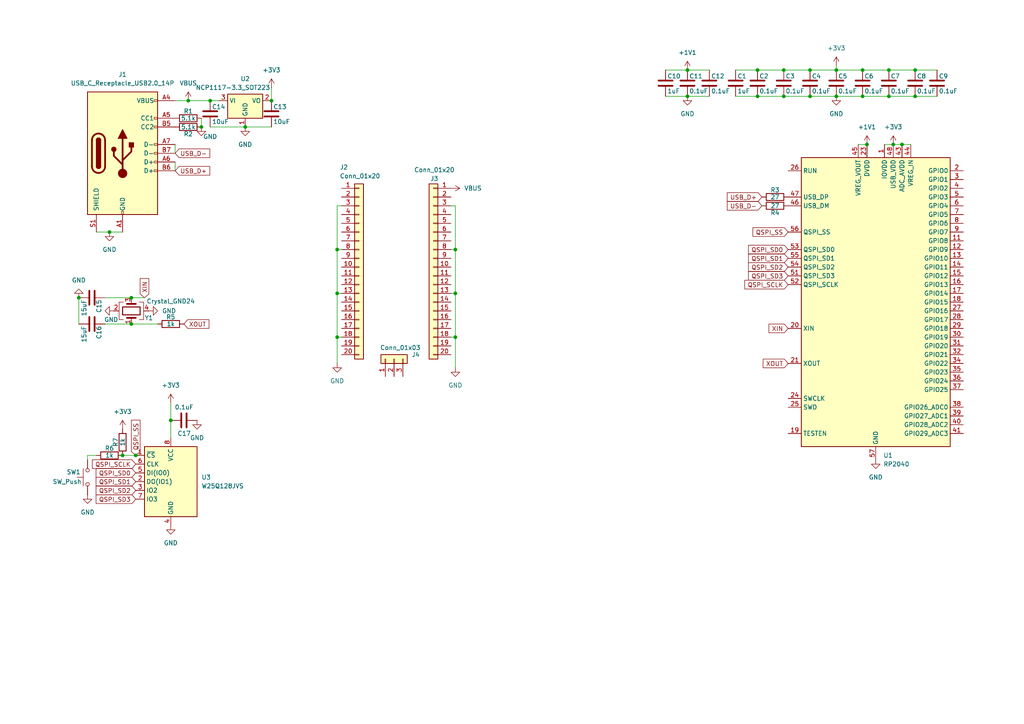
<source format=kicad_sch>
(kicad_sch (version 20231120) (generator "eeschema") (generator_version "8.0")
  (paper "A4")
  (lib_symbols
    (symbol "Connector:USB_C_Receptacle_USB2.0_14P" (pin_names (offset 1.016))
      (property "Reference" "J" (at 0 22.225 0))
      (property "Value" "USB_C_Receptacle_USB2.0_14P" (at 0 19.685 0))
      (symbol "USB_C_Receptacle_USB2.0_14P_0_0"
        (rectangle (start -0.254 -17.78) (end 0.254 -16.764))
        (rectangle (start 10.16 -4.826) (end 9.144 -5.334))
        (rectangle (start 10.16 -2.286) (end 9.144 -2.794))
        (rectangle (start 10.16 0.254) (end 9.144 -0.254))
        (rectangle (start 10.16 2.794) (end 9.144 2.286))
        (rectangle (start 10.16 7.874) (end 9.144 7.366))
        (rectangle (start 10.16 10.414) (end 9.144 9.906))
        (rectangle (start 10.16 15.494) (end 9.144 14.986))
      )
      (symbol "USB_C_Receptacle_USB2.0_14P_0_1"
        (rectangle (start -10.16 17.78) (end 10.16 -17.78) (stroke (width 0.254)) (fill (type background)))
        (arc (start -8.89 -3.81) (mid -6.985 -5.7067) (end -5.08 -3.81) (stroke (width 0.508)))
        (arc (start -7.62 -3.81) (mid -6.985 -4.4423) (end -6.35 -3.81) (stroke (width 0.254)))
        (arc (start -7.62 -3.81) (mid -6.985 -4.4423) (end -6.35 -3.81) (stroke (width 0.254)) (fill (type outline)))
        (rectangle (start -7.62 -3.81) (end -6.35 3.81) (stroke (width 0.254)) (fill (type outline)))
        (arc (start -6.35 3.81) (mid -6.985 4.4423) (end -7.62 3.81) (stroke (width 0.254)))
        (arc (start -6.35 3.81) (mid -6.985 4.4423) (end -7.62 3.81) (stroke (width 0.254)) (fill (type outline)))
        (arc (start -5.08 3.81) (mid -6.985 5.7067) (end -8.89 3.81) (stroke (width 0.508)))
        (circle (center -2.54 1.143) (radius 0.635) (stroke (width 0.254)) (fill (type outline)))
        (circle (center 0 -5.842) (radius 1.27) (fill (type outline)))
        (polyline (pts (xy -8.89 -3.81) (xy -8.89 3.81)) (stroke (width 0.508)))
        (polyline (pts (xy -5.08 3.81) (xy -5.08 -3.81)) (stroke (width 0.508)))
        (polyline (pts (xy 0 -5.842) (xy 0 4.318)) (stroke (width 0.508)))
        (polyline (pts (xy 0 -3.302) (xy -2.54 -0.762) (xy -2.54 0.508)) (stroke (width 0.508)))
        (polyline (pts (xy 0 -2.032) (xy 2.54 0.508) (xy 2.54 1.778)) (stroke (width 0.508)))
        (polyline (pts (xy -1.27 4.318) (xy 0 6.858) (xy 1.27 4.318) (xy -1.27 4.318)) (stroke (width 0.254)) (fill (type outline)))
        (rectangle (start 1.905 1.778) (end 3.175 3.048) (stroke (width 0.254)) (fill (type outline)))
      )
      (symbol "USB_C_Receptacle_USB2.0_14P_1_1"
        (pin passive line (at 0 -22.86 90) (length 5.08) (name "GND") (number "A1"))
        (pin passive line (at 0 -22.86 90) (length 5.08) hide (name "GND") (number "A12"))
        (pin passive line (at 15.24 15.24 180) (length 5.08) (name "VBUS") (number "A4"))
        (pin bidirectional line (at 15.24 10.16 180) (length 5.08) (name "CC1") (number "A5"))
        (pin bidirectional line (at 15.24 -2.54 180) (length 5.08) (name "D+") (number "A6"))
        (pin bidirectional line (at 15.24 2.54 180) (length 5.08) (name "D-") (number "A7"))
        (pin passive line (at 15.24 15.24 180) (length 5.08) hide (name "VBUS") (number "A9"))
        (pin passive line (at 0 -22.86 90) (length 5.08) hide (name "GND") (number "B1"))
        (pin passive line (at 0 -22.86 90) (length 5.08) hide (name "GND") (number "B12"))
        (pin passive line (at 15.24 15.24 180) (length 5.08) hide (name "VBUS") (number "B4"))
        (pin bidirectional line (at 15.24 7.62 180) (length 5.08) (name "CC2") (number "B5"))
        (pin bidirectional line (at 15.24 -5.08 180) (length 5.08) (name "D+") (number "B6"))
        (pin bidirectional line (at 15.24 0 180) (length 5.08) (name "D-") (number "B7"))
        (pin passive line (at 15.24 15.24 180) (length 5.08) hide (name "VBUS") (number "B9"))
        (pin passive line (at -7.62 -22.86 90) (length 5.08) (name "SHIELD") (number "S1"))
      )
    )
    (symbol "Connector_Generic:Conn_01x03" (pin_names (offset 1.016) hide)
      (property "Reference" "J" (at 0 5.08 0))
      (property "Value" "Conn_01x03" (at 0 -5.08 0))
      (symbol "Conn_01x03_1_1"
        (rectangle (start -1.27 -2.413) (end 0 -2.667) (stroke (width 0.1524)))
        (rectangle (start -1.27 0.127) (end 0 -0.127) (stroke (width 0.1524)))
        (rectangle (start -1.27 2.667) (end 0 2.413) (stroke (width 0.1524)))
        (rectangle (start -1.27 3.81) (end 1.27 -3.81) (stroke (width 0.254)) (fill (type background)))
        (pin passive line (at -5.08 2.54 0) (length 3.81) (name "Pin_1") (number "1"))
        (pin passive line (at -5.08 0 0) (length 3.81) (name "Pin_2") (number "2"))
        (pin passive line (at -5.08 -2.54 0) (length 3.81) (name "Pin_3") (number "3"))
      )
    )
    (symbol "Connector_Generic:Conn_01x20" (pin_names (offset 1.016) hide)
      (property "Reference" "J" (at 0 25.4 0))
      (property "Value" "Conn_01x20" (at 0 -27.94 0))
      (symbol "Conn_01x20_1_1"
        (rectangle (start -1.27 -25.273) (end 0 -25.527) (stroke (width 0.1524)))
        (rectangle (start -1.27 -22.733) (end 0 -22.987) (stroke (width 0.1524)))
        (rectangle (start -1.27 -20.193) (end 0 -20.447) (stroke (width 0.1524)))
        (rectangle (start -1.27 -17.653) (end 0 -17.907) (stroke (width 0.1524)))
        (rectangle (start -1.27 -15.113) (end 0 -15.367) (stroke (width 0.1524)))
        (rectangle (start -1.27 -12.573) (end 0 -12.827) (stroke (width 0.1524)))
        (rectangle (start -1.27 -10.033) (end 0 -10.287) (stroke (width 0.1524)))
        (rectangle (start -1.27 -7.493) (end 0 -7.747) (stroke (width 0.1524)))
        (rectangle (start -1.27 -4.953) (end 0 -5.207) (stroke (width 0.1524)))
        (rectangle (start -1.27 -2.413) (end 0 -2.667) (stroke (width 0.1524)))
        (rectangle (start -1.27 0.127) (end 0 -0.127) (stroke (width 0.1524)))
        (rectangle (start -1.27 2.667) (end 0 2.413) (stroke (width 0.1524)))
        (rectangle (start -1.27 5.207) (end 0 4.953) (stroke (width 0.1524)))
        (rectangle (start -1.27 7.747) (end 0 7.493) (stroke (width 0.1524)))
        (rectangle (start -1.27 10.287) (end 0 10.033) (stroke (width 0.1524)))
        (rectangle (start -1.27 12.827) (end 0 12.573) (stroke (width 0.1524)))
        (rectangle (start -1.27 15.367) (end 0 15.113) (stroke (width 0.1524)))
        (rectangle (start -1.27 17.907) (end 0 17.653) (stroke (width 0.1524)))
        (rectangle (start -1.27 20.447) (end 0 20.193) (stroke (width 0.1524)))
        (rectangle (start -1.27 22.987) (end 0 22.733) (stroke (width 0.1524)))
        (rectangle (start -1.27 24.13) (end 1.27 -26.67) (stroke (width 0.254)) (fill (type background)))
        (pin passive line (at -5.08 22.86 0) (length 3.81) (name "Pin_1") (number "1"))
        (pin passive line (at -5.08 0 0) (length 3.81) (name "Pin_10") (number "10"))
        (pin passive line (at -5.08 -2.54 0) (length 3.81) (name "Pin_11") (number "11"))
        (pin passive line (at -5.08 -5.08 0) (length 3.81) (name "Pin_12") (number "12"))
        (pin passive line (at -5.08 -7.62 0) (length 3.81) (name "Pin_13") (number "13"))
        (pin passive line (at -5.08 -10.16 0) (length 3.81) (name "Pin_14") (number "14"))
        (pin passive line (at -5.08 -12.7 0) (length 3.81) (name "Pin_15") (number "15"))
        (pin passive line (at -5.08 -15.24 0) (length 3.81) (name "Pin_16") (number "16"))
        (pin passive line (at -5.08 -17.78 0) (length 3.81) (name "Pin_17") (number "17"))
        (pin passive line (at -5.08 -20.32 0) (length 3.81) (name "Pin_18") (number "18"))
        (pin passive line (at -5.08 -22.86 0) (length 3.81) (name "Pin_19") (number "19"))
        (pin passive line (at -5.08 20.32 0) (length 3.81) (name "Pin_2") (number "2"))
        (pin passive line (at -5.08 -25.4 0) (length 3.81) (name "Pin_20") (number "20"))
        (pin passive line (at -5.08 17.78 0) (length 3.81) (name "Pin_3") (number "3"))
        (pin passive line (at -5.08 15.24 0) (length 3.81) (name "Pin_4") (number "4"))
        (pin passive line (at -5.08 12.7 0) (length 3.81) (name "Pin_5") (number "5"))
        (pin passive line (at -5.08 10.16 0) (length 3.81) (name "Pin_6") (number "6"))
        (pin passive line (at -5.08 7.62 0) (length 3.81) (name "Pin_7") (number "7"))
        (pin passive line (at -5.08 5.08 0) (length 3.81) (name "Pin_8") (number "8"))
        (pin passive line (at -5.08 2.54 0) (length 3.81) (name "Pin_9") (number "9"))
      )
    )
    (symbol "Device:C" (pin_numbers hide) (pin_names (offset 0.254))
      (property "Reference" "C" (at 0.635 2.54 0))
      (property "Value" "C" (at 0.635 -2.54 0))
      (symbol "C_0_1"
        (polyline (pts (xy -2.032 -0.762) (xy 2.032 -0.762)) (stroke (width 0.508)))
        (polyline (pts (xy -2.032 0.762) (xy 2.032 0.762)) (stroke (width 0.508)))
      )
      (symbol "C_1_1"
        (pin passive line (at 0 3.81 270) (length 2.794) (name "~") (number "1"))
        (pin passive line (at 0 -3.81 90) (length 2.794) (name "~") (number "2"))
      )
    )
    (symbol "Device:Crystal_GND24" (pin_names (offset 1.016) hide)
      (property "Reference" "Y" (at 3.175 5.08 0))
      (property "Value" "Crystal_GND24" (at 3.175 3.175 0))
      (symbol "Crystal_GND24_0_1"
        (rectangle (start -1.143 2.54) (end 1.143 -2.54) (stroke (width 0.3048)))
        (polyline (pts (xy -2.54 0) (xy -2.032 0)))
        (polyline (pts (xy -2.032 -1.27) (xy -2.032 1.27)) (stroke (width 0.508)))
        (polyline (pts (xy 0 -3.81) (xy 0 -3.556)))
        (polyline (pts (xy 0 3.556) (xy 0 3.81)))
        (polyline (pts (xy 2.032 -1.27) (xy 2.032 1.27)) (stroke (width 0.508)))
        (polyline (pts (xy 2.032 0) (xy 2.54 0)))
        (polyline (pts (xy -2.54 -2.286) (xy -2.54 -3.556) (xy 2.54 -3.556) (xy 2.54 -2.286)))
        (polyline (pts (xy -2.54 2.286) (xy -2.54 3.556) (xy 2.54 3.556) (xy 2.54 2.286)))
      )
      (symbol "Crystal_GND24_1_1"
        (pin passive line (at -3.81 0 0) (length 1.27) (name "1") (number "1"))
        (pin passive line (at 0 5.08 270) (length 1.27) (name "2") (number "2"))
        (pin passive line (at 3.81 0 180) (length 1.27) (name "3") (number "3"))
        (pin passive line (at 0 -5.08 90) (length 1.27) (name "4") (number "4"))
      )
    )
    (symbol "Device:R" (pin_numbers hide) (pin_names (offset 0))
      (property "Reference" "R" (at 2.032 0 90))
      (property "Value" "R" (at 0 0 90))
      (symbol "R_0_1"
        (rectangle (start -1.016 -2.54) (end 1.016 2.54) (stroke (width 0.254)))
      )
      (symbol "R_1_1"
        (pin passive line (at 0 3.81 270) (length 1.27) (name "~") (number "1"))
        (pin passive line (at 0 -3.81 90) (length 1.27) (name "~") (number "2"))
      )
    )
    (symbol "MCU_RaspberryPi:RP2040"
      (property "Reference" "U" (at 17.78 45.72 0))
      (property "Value" "RP2040" (at 17.78 43.18 0))
      (symbol "RP2040_0_1"
        (rectangle (start -21.59 41.91) (end 21.59 -41.91) (stroke (width 0.254)) (fill (type background)))
      )
      (symbol "RP2040_1_1"
        (pin power_in line (at 2.54 45.72 270) (length 3.81) (name "IOVDD") (number "1"))
        (pin passive line (at 2.54 45.72 270) (length 3.81) hide (name "IOVDD") (number "10"))
        (pin bidirectional line (at 25.4 17.78 180) (length 3.81) (name "GPIO8") (number "11"))
        (pin bidirectional line (at 25.4 15.24 180) (length 3.81) (name "GPIO9") (number "12"))
        (pin bidirectional line (at 25.4 12.7 180) (length 3.81) (name "GPIO10") (number "13"))
        (pin bidirectional line (at 25.4 10.16 180) (length 3.81) (name "GPIO11") (number "14"))
        (pin bidirectional line (at 25.4 7.62 180) (length 3.81) (name "GPIO12") (number "15"))
        (pin bidirectional line (at 25.4 5.08 180) (length 3.81) (name "GPIO13") (number "16"))
        (pin bidirectional line (at 25.4 2.54 180) (length 3.81) (name "GPIO14") (number "17"))
        (pin bidirectional line (at 25.4 0 180) (length 3.81) (name "GPIO15") (number "18"))
        (pin input line (at -25.4 -38.1 0) (length 3.81) (name "TESTEN") (number "19"))
        (pin bidirectional line (at 25.4 38.1 180) (length 3.81) (name "GPIO0") (number "2"))
        (pin input line (at -25.4 -7.62 0) (length 3.81) (name "XIN") (number "20"))
        (pin passive line (at -25.4 -17.78 0) (length 3.81) (name "XOUT") (number "21"))
        (pin passive line (at 2.54 45.72 270) (length 3.81) hide (name "IOVDD") (number "22"))
        (pin power_in line (at -2.54 45.72 270) (length 3.81) (name "DVDD") (number "23"))
        (pin input line (at -25.4 -27.94 0) (length 3.81) (name "SWCLK") (number "24"))
        (pin bidirectional line (at -25.4 -30.48 0) (length 3.81) (name "SWD") (number "25"))
        (pin input line (at -25.4 38.1 0) (length 3.81) (name "RUN") (number "26"))
        (pin bidirectional line (at 25.4 -2.54 180) (length 3.81) (name "GPIO16") (number "27"))
        (pin bidirectional line (at 25.4 -5.08 180) (length 3.81) (name "GPIO17") (number "28"))
        (pin bidirectional line (at 25.4 -7.62 180) (length 3.81) (name "GPIO18") (number "29"))
        (pin bidirectional line (at 25.4 35.56 180) (length 3.81) (name "GPIO1") (number "3"))
        (pin bidirectional line (at 25.4 -10.16 180) (length 3.81) (name "GPIO19") (number "30"))
        (pin bidirectional line (at 25.4 -12.7 180) (length 3.81) (name "GPIO20") (number "31"))
        (pin bidirectional line (at 25.4 -15.24 180) (length 3.81) (name "GPIO21") (number "32"))
        (pin passive line (at 2.54 45.72 270) (length 3.81) hide (name "IOVDD") (number "33"))
        (pin bidirectional line (at 25.4 -17.78 180) (length 3.81) (name "GPIO22") (number "34"))
        (pin bidirectional line (at 25.4 -20.32 180) (length 3.81) (name "GPIO23") (number "35"))
        (pin bidirectional line (at 25.4 -22.86 180) (length 3.81) (name "GPIO24") (number "36"))
        (pin bidirectional line (at 25.4 -25.4 180) (length 3.81) (name "GPIO25") (number "37"))
        (pin bidirectional line (at 25.4 -30.48 180) (length 3.81) (name "GPIO26_ADC0") (number "38"))
        (pin bidirectional line (at 25.4 -33.02 180) (length 3.81) (name "GPIO27_ADC1") (number "39"))
        (pin bidirectional line (at 25.4 33.02 180) (length 3.81) (name "GPIO2") (number "4"))
        (pin bidirectional line (at 25.4 -35.56 180) (length 3.81) (name "GPIO28_ADC2") (number "40"))
        (pin bidirectional line (at 25.4 -38.1 180) (length 3.81) (name "GPIO29_ADC3") (number "41"))
        (pin passive line (at 2.54 45.72 270) (length 3.81) hide (name "IOVDD") (number "42"))
        (pin power_in line (at 7.62 45.72 270) (length 3.81) (name "ADC_AVDD") (number "43"))
        (pin power_in line (at 10.16 45.72 270) (length 3.81) (name "VREG_IN") (number "44"))
        (pin power_out line (at -5.08 45.72 270) (length 3.81) (name "VREG_VOUT") (number "45"))
        (pin bidirectional line (at -25.4 27.94 0) (length 3.81) (name "USB_DM") (number "46"))
        (pin bidirectional line (at -25.4 30.48 0) (length 3.81) (name "USB_DP") (number "47"))
        (pin power_in line (at 5.08 45.72 270) (length 3.81) (name "USB_VDD") (number "48"))
        (pin passive line (at 2.54 45.72 270) (length 3.81) hide (name "IOVDD") (number "49"))
        (pin bidirectional line (at 25.4 30.48 180) (length 3.81) (name "GPIO3") (number "5"))
        (pin passive line (at -2.54 45.72 270) (length 3.81) hide (name "DVDD") (number "50"))
        (pin bidirectional line (at -25.4 7.62 0) (length 3.81) (name "QSPI_SD3") (number "51"))
        (pin output line (at -25.4 5.08 0) (length 3.81) (name "QSPI_SCLK") (number "52"))
        (pin bidirectional line (at -25.4 15.24 0) (length 3.81) (name "QSPI_SD0") (number "53"))
        (pin bidirectional line (at -25.4 10.16 0) (length 3.81) (name "QSPI_SD2") (number "54"))
        (pin bidirectional line (at -25.4 12.7 0) (length 3.81) (name "QSPI_SD1") (number "55"))
        (pin bidirectional line (at -25.4 20.32 0) (length 3.81) (name "QSPI_SS") (number "56"))
        (pin power_in line (at 0 -45.72 90) (length 3.81) (name "GND") (number "57"))
        (pin bidirectional line (at 25.4 27.94 180) (length 3.81) (name "GPIO4") (number "6"))
        (pin bidirectional line (at 25.4 25.4 180) (length 3.81) (name "GPIO5") (number "7"))
        (pin bidirectional line (at 25.4 22.86 180) (length 3.81) (name "GPIO6") (number "8"))
        (pin bidirectional line (at 25.4 20.32 180) (length 3.81) (name "GPIO7") (number "9"))
      )
    )
    (symbol "Memory_Flash:W25Q128JVS"
      (property "Reference" "U" (at -6.35 11.43 0))
      (property "Value" "W25Q128JVS" (at 7.62 11.43 0))
      (symbol "W25Q128JVS_0_1"
        (rectangle (start -7.62 10.16) (end 7.62 -10.16) (stroke (width 0.254)) (fill (type background)))
      )
      (symbol "W25Q128JVS_1_1"
        (pin input line (at -10.16 7.62 0) (length 2.54) (name "~{CS}") (number "1"))
        (pin bidirectional line (at -10.16 0 0) (length 2.54) (name "DO(IO1)") (number "2"))
        (pin bidirectional line (at -10.16 -2.54 0) (length 2.54) (name "IO2") (number "3"))
        (pin power_in line (at 0 -12.7 90) (length 2.54) (name "GND") (number "4"))
        (pin bidirectional line (at -10.16 2.54 0) (length 2.54) (name "DI(IO0)") (number "5"))
        (pin input line (at -10.16 5.08 0) (length 2.54) (name "CLK") (number "6"))
        (pin bidirectional line (at -10.16 -5.08 0) (length 2.54) (name "IO3") (number "7"))
        (pin power_in line (at 0 12.7 270) (length 2.54) (name "VCC") (number "8"))
      )
    )
    (symbol "Regulator_Linear:NCP1117-3.3_SOT223"
      (property "Reference" "U" (at -3.81 3.175 0))
      (property "Value" "NCP1117-3.3_SOT223" (at 0 3.175 0))
      (symbol "NCP1117-3.3_SOT223_0_1"
        (rectangle (start -5.08 -5.08) (end 5.08 1.905) (stroke (width 0.254)) (fill (type background)))
      )
      (symbol "NCP1117-3.3_SOT223_1_1"
        (pin power_in line (at 0 -7.62 90) (length 2.54) (name "GND") (number "1"))
        (pin power_out line (at 7.62 0 180) (length 2.54) (name "VO") (number "2"))
        (pin power_in line (at -7.62 0 0) (length 2.54) (name "VI") (number "3"))
      )
    )
    (symbol "Switch:SW_Push" (pin_numbers hide) (pin_names (offset 1.016) hide)
      (property "Reference" "SW" (at 1.27 2.54 0))
      (property "Value" "SW_Push" (at 0 -1.524 0))
      (symbol "SW_Push_0_1"
        (circle (center -2.032 0) (radius 0.508))
        (polyline (pts (xy 0 1.27) (xy 0 3.048)))
        (polyline (pts (xy 2.54 1.27) (xy -2.54 1.27)))
        (circle (center 2.032 0) (radius 0.508))
        (pin passive line (at -5.08 0 0) (length 2.54) (name "1") (number "1"))
        (pin passive line (at 5.08 0 180) (length 2.54) (name "2") (number "2"))
      )
    )
    (symbol "power:+1V1" (power) (pin_numbers hide) (pin_names (offset 0) hide)
      (property "Value" "+1V1" (at 0 3.556 0))
      (symbol "+1V1_0_1"
        (polyline (pts (xy -0.762 1.27) (xy 0 2.54)))
        (polyline (pts (xy 0 0) (xy 0 2.54)))
        (polyline (pts (xy 0 2.54) (xy 0.762 1.27)))
      )
      (symbol "+1V1_1_1"
        (pin power_in line (at 0 0 90) (length 0) (name "~") (number "1"))
      )
    )
    (symbol "power:+3V3" (power) (pin_numbers hide) (pin_names (offset 0) hide)
      (property "Value" "+3V3" (at 0 3.556 0))
      (symbol "+3V3_0_1"
        (polyline (pts (xy -0.762 1.27) (xy 0 2.54)))
        (polyline (pts (xy 0 0) (xy 0 2.54)))
        (polyline (pts (xy 0 2.54) (xy 0.762 1.27)))
      )
      (symbol "+3V3_1_1"
        (pin power_in line (at 0 0 90) (length 0) (name "~") (number "1"))
      )
    )
    (symbol "power:GND" (power) (pin_numbers hide) (pin_names (offset 0) hide)
      (property "Value" "GND" (at 0 -3.81 0))
      (symbol "GND_0_1"
        (polyline (pts (xy 0 0) (xy 0 -1.27) (xy 1.27 -1.27) (xy 0 -2.54) (xy -1.27 -1.27) (xy 0 -1.27)))
      )
      (symbol "GND_1_1"
        (pin power_in line (at 0 0 270) (length 0) (name "~") (number "1"))
      )
    )
    (symbol "power:VBUS" (power) (pin_numbers hide) (pin_names (offset 0) hide)
      (property "Value" "VBUS" (at 0 3.556 0))
      (symbol "VBUS_0_1"
        (polyline (pts (xy -0.762 1.27) (xy 0 2.54)))
        (polyline (pts (xy 0 0) (xy 0 2.54)))
        (polyline (pts (xy 0 2.54) (xy 0.762 1.27)))
      )
      (symbol "VBUS_1_1"
        (pin power_in line (at 0 0 90) (length 0) (name "~") (number "1"))
      )
    )
  )
  (junction (at 97.79 85.09))
  (junction (at 219.71 27.94))
  (junction (at 234.95 27.94))
  (junction (at 250.19 27.94))
  (junction (at 242.57 20.32))
  (junction (at 199.39 20.32))
  (junction (at 257.81 20.32))
  (junction (at 199.39 27.94))
  (junction (at 261.62 41.91))
  (junction (at 71.12 36.83))
  (junction (at 60.96 29.21))
  (junction (at 31.75 67.31))
  (junction (at 257.81 27.94))
  (junction (at 227.33 27.94))
  (junction (at 35.56 132.08))
  (junction (at 227.33 20.32))
  (junction (at 242.57 27.94))
  (junction (at 132.08 97.79))
  (junction (at 38.1 86.36))
  (junction (at 259.08 41.91))
  (junction (at 132.08 85.09))
  (junction (at 251.46 41.91))
  (junction (at 58.42 36.83))
  (junction (at 49.53 121.92))
  (junction (at 22.86 86.36))
  (junction (at 132.08 72.39))
  (junction (at 78.74 29.21))
  (junction (at 265.43 20.32))
  (junction (at 97.79 72.39))
  (junction (at 39.37 132.08))
  (junction (at 54.61 29.21))
  (junction (at 97.79 97.79))
  (junction (at 234.95 20.32))
  (junction (at 38.1 93.98))
  (junction (at 250.19 20.32))
  (junction (at 219.71 20.32))
  (junction (at 265.43 27.94))
  (wire (pts (xy 27.94 67.31) (xy 31.75 67.31)))
  (wire (pts (xy 25.4 133.35) (xy 25.4 132.08)))
  (wire (pts (xy 97.79 97.79) (xy 97.79 105.41)))
  (wire (pts (xy 49.53 121.92) (xy 49.53 127)))
  (wire (pts (xy 71.12 36.83) (xy 78.74 36.83)))
  (wire (pts (xy 50.8 44.45) (xy 50.8 41.91)))
  (wire (pts (xy 234.95 20.32) (xy 242.57 20.32)))
  (wire (pts (xy 242.57 19.05) (xy 242.57 20.32)))
  (wire (pts (xy 97.79 59.69) (xy 99.06 59.69)))
  (wire (pts (xy 60.96 29.21) (xy 63.5 29.21)))
  (wire (pts (xy 30.48 93.98) (xy 38.1 93.98)))
  (wire (pts (xy 199.39 27.94) (xy 205.74 27.94)))
  (wire (pts (xy 132.08 85.09) (xy 132.08 97.79)))
  (wire (pts (xy 130.81 59.69) (xy 132.08 59.69)))
  (wire (pts (xy 54.61 29.21) (xy 60.96 29.21)))
  (wire (pts (xy 257.81 20.32) (xy 265.43 20.32)))
  (wire (pts (xy 132.08 72.39) (xy 132.08 85.09)))
  (wire (pts (xy 132.08 97.79) (xy 132.08 106.68)))
  (wire (pts (xy 250.19 20.32) (xy 257.81 20.32)))
  (wire (pts (xy 60.96 36.83) (xy 71.12 36.83)))
  (wire (pts (xy 265.43 20.32) (xy 271.78 20.32)))
  (wire (pts (xy 250.19 27.94) (xy 257.81 27.94)))
  (wire (pts (xy 58.42 34.29) (xy 58.42 36.83)))
  (wire (pts (xy 213.36 27.94) (xy 219.71 27.94)))
  (wire (pts (xy 257.81 27.94) (xy 265.43 27.94)))
  (wire (pts (xy 242.57 27.94) (xy 250.19 27.94)))
  (wire (pts (xy 234.95 27.94) (xy 242.57 27.94)))
  (wire (pts (xy 130.81 97.79) (xy 132.08 97.79)))
  (wire (pts (xy 50.8 46.99) (xy 50.8 49.53)))
  (wire (pts (xy 248.92 41.91) (xy 251.46 41.91)))
  (wire (pts (xy 242.57 20.32) (xy 250.19 20.32)))
  (wire (pts (xy 97.79 72.39) (xy 99.06 72.39)))
  (wire (pts (xy 199.39 20.32) (xy 205.74 20.32)))
  (wire (pts (xy 132.08 59.69) (xy 132.08 72.39)))
  (wire (pts (xy 227.33 27.94) (xy 234.95 27.94)))
  (wire (pts (xy 41.91 86.36) (xy 38.1 86.36)))
  (wire (pts (xy 97.79 97.79) (xy 99.06 97.79)))
  (wire (pts (xy 130.81 85.09) (xy 132.08 85.09)))
  (wire (pts (xy 132.08 72.39) (xy 130.81 72.39)))
  (wire (pts (xy 50.8 29.21) (xy 54.61 29.21)))
  (wire (pts (xy 193.04 27.94) (xy 199.39 27.94)))
  (wire (pts (xy 259.08 41.91) (xy 261.62 41.91)))
  (wire (pts (xy 25.4 132.08) (xy 27.94 132.08)))
  (wire (pts (xy 39.37 132.08) (xy 40.64 132.08)))
  (wire (pts (xy 97.79 85.09) (xy 97.79 72.39)))
  (wire (pts (xy 97.79 85.09) (xy 97.79 97.79)))
  (wire (pts (xy 265.43 27.94) (xy 271.78 27.94)))
  (wire (pts (xy 213.36 20.32) (xy 219.71 20.32)))
  (wire (pts (xy 99.06 85.09) (xy 97.79 85.09)))
  (wire (pts (xy 261.62 41.91) (xy 264.16 41.91)))
  (wire (pts (xy 97.79 72.39) (xy 97.79 59.69)))
  (wire (pts (xy 49.53 116.84) (xy 49.53 121.92)))
  (wire (pts (xy 193.04 20.32) (xy 199.39 20.32)))
  (wire (pts (xy 219.71 20.32) (xy 227.33 20.32)))
  (wire (pts (xy 38.1 93.98) (xy 45.72 93.98)))
  (wire (pts (xy 219.71 27.94) (xy 227.33 27.94)))
  (wire (pts (xy 35.56 132.08) (xy 39.37 132.08)))
  (wire (pts (xy 256.54 41.91) (xy 259.08 41.91)))
  (wire (pts (xy 78.74 25.4) (xy 78.74 29.21)))
  (wire (pts (xy 227.33 20.32) (xy 234.95 20.32)))
  (wire (pts (xy 22.86 86.36) (xy 22.86 93.98)))
  (wire (pts (xy 30.48 86.36) (xy 38.1 86.36)))
  (wire (pts (xy 31.75 67.31) (xy 35.56 67.31)))
  (global_label "QSPI_SD1" (shape input) (at 228.6 74.93 180) (property "Intersheetrefs" "${INTERSHEET_REFS}" (effects (hide yes))))
  (global_label "XIN" (shape input) (at 228.6 95.25 180) (property "Intersheetrefs" "${INTERSHEET_REFS}" (effects (hide yes))))
  (global_label "XOUT" (shape input) (at 228.6 105.41 180) (property "Intersheetrefs" "${INTERSHEET_REFS}" (effects (hide yes))))
  (global_label "XOUT" (shape input) (at 53.34 93.98 0) (property "Intersheetrefs" "${INTERSHEET_REFS}" (effects (hide yes))))
  (global_label "QSPI_SS" (shape input) (at 228.6 67.31 180) (property "Intersheetrefs" "${INTERSHEET_REFS}" (effects (hide yes))))
  (global_label "XIN" (shape input) (at 41.91 86.36 90) (property "Intersheetrefs" "${INTERSHEET_REFS}" (effects (hide yes))))
  (global_label "QSPI_SCLK" (shape input) (at 228.6 82.55 180) (property "Intersheetrefs" "${INTERSHEET_REFS}" (effects (hide yes))))
  (global_label "USB_D+" (shape input) (at 50.8 49.53 0) (property "Intersheetrefs" "${INTERSHEET_REFS}" (effects (hide yes))))
  (global_label "QSPI_SD2" (shape input) (at 39.37 142.24 180) (property "Intersheetrefs" "${INTERSHEET_REFS}" (effects (hide yes))))
  (global_label "QSPI_SD0" (shape input) (at 228.6 72.39 180) (property "Intersheetrefs" "${INTERSHEET_REFS}" (effects (hide yes))))
  (global_label "QSPI_SS" (shape input) (at 39.37 132.08 90) (property "Intersheetrefs" "${INTERSHEET_REFS}" (effects (hide yes))))
  (global_label "USB_D+" (shape input) (at 220.98 57.15 180) (property "Intersheetrefs" "${INTERSHEET_REFS}" (effects (hide yes))))
  (global_label "QSPI_SCLK" (shape input) (at 39.37 134.62 180) (property "Intersheetrefs" "${INTERSHEET_REFS}" (effects (hide yes))))
  (global_label "QSPI_SD3" (shape input) (at 39.37 144.78 180) (property "Intersheetrefs" "${INTERSHEET_REFS}" (effects (hide yes))))
  (global_label "QSPI_SD0" (shape input) (at 39.37 137.16 180) (property "Intersheetrefs" "${INTERSHEET_REFS}" (effects (hide yes))))
  (global_label "USB_D-" (shape input) (at 220.98 59.69 180) (property "Intersheetrefs" "${INTERSHEET_REFS}" (effects (hide yes))))
  (global_label "QSPI_SD2" (shape input) (at 228.6 77.47 180) (property "Intersheetrefs" "${INTERSHEET_REFS}" (effects (hide yes))))
  (global_label "QSPI_SD3" (shape input) (at 228.6 80.01 180) (property "Intersheetrefs" "${INTERSHEET_REFS}" (effects (hide yes))))
  (global_label "USB_D-" (shape input) (at 50.8 44.45 0) (property "Intersheetrefs" "${INTERSHEET_REFS}" (effects (hide yes))))
  (global_label "QSPI_SD1" (shape input) (at 39.37 139.7 180) (property "Intersheetrefs" "${INTERSHEET_REFS}" (effects (hide yes))))
  (symbol (lib_id "power:VBUS") (at 54.61 29.21 0) (unit 1)
    (property "Reference" "#PWR012" (effects (hide yes)))
    (property "Value" "VBUS" (at 54.61 24.13 0))
    (property "Description" "Power symbol creates a global label with name \"VBUS\"" (effects (hide yes)))
  )
  (symbol (lib_id "power:+3V3") (at 242.57 19.05 0) (unit 1)
    (property "Reference" "#PWR03" (effects (hide yes)))
    (property "Value" "+3V3" (at 242.57 13.97 0))
    (property "Description" "Power symbol creates a global label with name \"+3V3\"" (effects (hide yes)))
  )
  (symbol (lib_id "power:+3V3") (at 35.56 124.46 0) (unit 1)
    (property "Reference" "#PWR018" (effects (hide yes)))
    (property "Value" "+3V3" (at 35.56 119.38 0))
    (property "Description" "Power symbol creates a global label with name \"+3V3\"" (effects (hide yes)))
  )
  (symbol (lib_id "Switch:SW_Push") (at 25.4 138.43 90) (unit 1)
    (property "Reference" "SW1" (at 19.304 136.906 90) (effects (justify right)))
    (property "Value" "SW_Push" (at 15.24 139.7 90) (effects (justify right)))
    (property "Description" "Push button switch, generic, two pins" (effects (hide yes)))
  )
  (symbol (lib_id "Device:C") (at 271.78 24.13 0) (unit 1)
    (property "Reference" "C9" (at 272.288 22.098 0) (effects (justify left)))
    (property "Value" "0.1uF" (at 272.288 26.416 0) (effects (justify left)))
    (property "Description" "Unpolarized capacitor" (effects (hide yes)))
  )
  (symbol (lib_id "Device:C") (at 242.57 24.13 0) (unit 1)
    (property "Reference" "C5" (at 243.078 22.098 0) (effects (justify left)))
    (property "Value" "0.1uF" (at 243.078 26.416 0) (effects (justify left)))
    (property "Description" "Unpolarized capacitor" (effects (hide yes)))
  )
  (symbol (lib_id "power:GND") (at 22.86 86.36 180) (unit 1)
    (property "Reference" "#PWR014" (effects (hide yes)))
    (property "Value" "GND" (at 22.86 81.28 0))
    (property "Description" "Power symbol creates a global label with name \"GND\" , ground" (effects (hide yes)))
  )
  (symbol (lib_id "Connector_Generic:Conn_01x20") (at 104.14 77.47 0) (unit 1)
    (property "Reference" "J2" (at 98.552 48.514 0) (effects (justify left)))
    (property "Value" "Conn_01x20" (at 98.552 51.054 0) (effects (justify left)))
    (property "Description" "Generic connector, single row, 01x20, script generated (kicad-library-utils/schlib/autogen/connector/)" (effects (hide yes)))
  )
  (symbol (lib_id "power:+1V1") (at 251.46 41.91 0) (unit 1)
    (property "Reference" "#PWR01" (effects (hide yes)))
    (property "Value" "+1V1" (at 251.46 36.83 0))
    (property "Description" "Power symbol creates a global label with name \"+1V1\"" (effects (hide yes)))
  )
  (symbol (lib_id "power:GND") (at 97.79 105.41 0) (unit 1)
    (property "Reference" "#PWR021" (effects (hide yes)))
    (property "Value" "GND" (at 97.79 110.49 0))
    (property "Description" "Power symbol creates a global label with name \"GND\" , ground" (effects (hide yes)))
  )
  (symbol (lib_id "power:GND") (at 33.02 90.17 270) (unit 1)
    (property "Reference" "#PWR015" (effects (hide yes)))
    (property "Value" "GND" (at 34.29 92.71 90) (effects (justify right)))
    (property "Description" "Power symbol creates a global label with name \"GND\" , ground" (effects (hide yes)))
  )
  (symbol (lib_id "Device:R") (at 54.61 36.83 90) (unit 1)
    (property "Reference" "R2" (at 54.61 38.862 90))
    (property "Value" "5.1k" (at 54.61 36.83 90))
    (property "Description" "Resistor" (effects (hide yes)))
  )
  (symbol (lib_id "Device:C") (at 193.04 24.13 0) (unit 1)
    (property "Reference" "C10" (at 193.548 22.098 0) (effects (justify left)))
    (property "Value" "1uF" (at 193.548 26.416 0) (effects (justify left)))
    (property "Description" "Unpolarized capacitor" (effects (hide yes)))
  )
  (symbol (lib_id "Device:C") (at 53.34 121.92 90) (unit 1)
    (property "Reference" "C17" (at 55.372 125.73 90) (effects (justify left)))
    (property "Value" "0.1uF" (at 56.134 118.11 90) (effects (justify left)))
    (property "Description" "Unpolarized capacitor" (effects (hide yes)))
  )
  (symbol (lib_id "Regulator_Linear:NCP1117-3.3_SOT223") (at 71.12 29.21 0) (unit 1)
    (property "Reference" "U2" (at 71.12 22.86 0))
    (property "Value" "NCP1117-3.3_SOT223" (at 67.564 25.4 0))
    (property "Footprint" "Package_TO_SOT_SMD:SOT-223-3_TabPin2" (effects (hide yes)))
    (property "Datasheet" "http://www.onsemi.com/pub_link/Collateral/NCP1117-D.PDF" (effects (hide yes)))
    (property "Description" "1A Low drop-out regulator, Fixed Output 3.3V, SOT-223" (effects (hide yes)))
  )
  (symbol (lib_id "Device:C") (at 219.71 24.13 0) (unit 1)
    (property "Reference" "C2" (at 220.218 22.098 0) (effects (justify left)))
    (property "Value" "0.1uF" (at 220.218 26.416 0) (effects (justify left)))
    (property "Description" "Unpolarized capacitor" (effects (hide yes)))
  )
  (symbol (lib_id "Device:C") (at 265.43 24.13 0) (unit 1)
    (property "Reference" "C8" (at 265.938 22.098 0) (effects (justify left)))
    (property "Value" "0.1uF" (at 265.938 26.416 0) (effects (justify left)))
    (property "Description" "Unpolarized capacitor" (effects (hide yes)))
  )
  (symbol (lib_id "Device:C") (at 26.67 93.98 270) (unit 1)
    (property "Reference" "C16" (at 28.702 94.488 0) (effects (justify left)))
    (property "Value" "15uF" (at 24.384 94.488 0) (effects (justify left)))
    (property "Description" "Unpolarized capacitor" (effects (hide yes)))
  )
  (symbol (lib_id "Connector:USB_C_Receptacle_USB2.0_14P") (at 35.56 44.45 0) (unit 1)
    (property "Reference" "J1" (at 35.56 21.59 0))
    (property "Value" "USB_C_Receptacle_USB2.0_14P" (at 35.56 24.13 0))
    (property "Datasheet" "https://www.usb.org/sites/default/files/documents/usb_type-c.zip" (effects (hide yes)))
    (property "Description" "USB 2.0-only 14P Type-C Receptacle connector" (effects (hide yes)))
  )
  (symbol (lib_id "Device:R") (at 49.53 93.98 90) (unit 1)
    (property "Reference" "R5" (at 49.53 91.948 90))
    (property "Value" "1k" (at 49.53 93.98 90))
    (property "Description" "Resistor" (effects (hide yes)))
  )
  (symbol (lib_id "Connector_Generic:Conn_01x03") (at 114.3 104.14 90) (unit 1)
    (property "Reference" "J4" (at 119.38 102.8699 90) (effects (justify right)))
    (property "Value" "Conn_01x03" (at 110.236 100.838 90) (effects (justify right)))
    (property "Description" "Generic connector, single row, 01x03, script generated (kicad-library-utils/schlib/autogen/connector/)" (effects (hide yes)))
  )
  (symbol (lib_id "Device:C") (at 257.81 24.13 0) (unit 1)
    (property "Reference" "C7" (at 258.318 22.098 0) (effects (justify left)))
    (property "Value" "0.1uF" (at 258.318 26.416 0) (effects (justify left)))
    (property "Description" "Unpolarized capacitor" (effects (hide yes)))
  )
  (symbol (lib_id "power:GND") (at 254 133.35 0) (unit 1)
    (property "Reference" "#PWR07" (effects (hide yes)))
    (property "Value" "GND" (at 254 138.43 0))
    (property "Description" "Power symbol creates a global label with name \"GND\" , ground" (effects (hide yes)))
  )
  (symbol (lib_id "Device:R") (at 31.75 132.08 90) (unit 1)
    (property "Reference" "R6" (at 31.75 130.048 90))
    (property "Value" "1k" (at 31.75 132.08 90))
    (property "Description" "Resistor" (effects (hide yes)))
  )
  (symbol (lib_id "Connector_Generic:Conn_01x20") (at 125.73 77.47 0) (mirror y) (unit 1)
    (property "Reference" "J3" (at 125.984 51.816 0))
    (property "Value" "Conn_01x20" (at 125.984 49.276 0))
    (property "Description" "Generic connector, single row, 01x20, script generated (kicad-library-utils/schlib/autogen/connector/)" (effects (hide yes)))
  )
  (symbol (lib_id "Device:C") (at 199.39 24.13 0) (unit 1)
    (property "Reference" "C11" (at 199.898 22.098 0) (effects (justify left)))
    (property "Value" "0.1uF" (at 199.898 26.416 0) (effects (justify left)))
    (property "Description" "Unpolarized capacitor" (effects (hide yes)))
  )
  (symbol (lib_id "power:GND") (at 71.12 36.83 0) (unit 1)
    (property "Reference" "#PWR010" (effects (hide yes)))
    (property "Value" "GND" (at 71.12 41.91 0))
    (property "Description" "Power symbol creates a global label with name \"GND\" , ground" (effects (hide yes)))
  )
  (symbol (lib_id "power:+1V1") (at 199.39 20.32 0) (unit 1)
    (property "Reference" "#PWR05" (effects (hide yes)))
    (property "Value" "+1V1" (at 199.39 15.24 0))
    (property "Description" "Power symbol creates a global label with name \"+1V1\"" (effects (hide yes)))
  )
  (symbol (lib_id "power:GND") (at 25.4 143.51 0) (unit 1)
    (property "Reference" "#PWR019" (effects (hide yes)))
    (property "Value" "GND" (at 25.4 148.59 0))
    (property "Description" "Power symbol creates a global label with name \"GND\" , ground" (effects (hide yes)))
  )
  (symbol (lib_id "Device:C") (at 234.95 24.13 0) (unit 1)
    (property "Reference" "C4" (at 235.458 22.098 0) (effects (justify left)))
    (property "Value" "0.1uF" (at 235.458 26.416 0) (effects (justify left)))
    (property "Description" "Unpolarized capacitor" (effects (hide yes)))
  )
  (symbol (lib_id "Memory_Flash:W25Q128JVS") (at 49.53 139.7 0) (unit 1)
    (property "Reference" "U3" (at 58.42 138.4299 0) (effects (justify left)))
    (property "Value" "W25Q128JVS" (at 58.42 140.9699 0) (effects (justify left)))
    (property "Footprint" "Package_SO:SOIC-8_5.23x5.23mm_P1.27mm" (effects (hide yes)))
    (property "Datasheet" "https://www.winbond.com/resource-files/w25q128jv_dtr%20revc%2003272018%20plus.pdf" (effects (hide yes)))
    (property "Description" "128Mb Serial Flash Memory, Standard/Dual/Quad SPI, SOIC-8" (effects (hide yes)))
  )
  (symbol (lib_id "Device:C") (at 78.74 33.02 0) (unit 1)
    (property "Reference" "C13" (at 79.248 30.988 0) (effects (justify left)))
    (property "Value" "10uF" (at 79.248 35.306 0) (effects (justify left)))
    (property "Description" "Unpolarized capacitor" (effects (hide yes)))
  )
  (symbol (lib_id "power:GND") (at 31.75 67.31 0) (unit 1)
    (property "Reference" "#PWR08" (effects (hide yes)))
    (property "Value" "GND" (at 31.75 72.39 0))
    (property "Description" "Power symbol creates a global label with name \"GND\" , ground" (effects (hide yes)))
  )
  (symbol (lib_id "power:+3V3") (at 78.74 25.4 0) (unit 1)
    (property "Reference" "#PWR011" (effects (hide yes)))
    (property "Value" "+3V3" (at 78.74 20.32 0))
    (property "Description" "Power symbol creates a global label with name \"+3V3\"" (effects (hide yes)))
  )
  (symbol (lib_id "power:GND") (at 132.08 106.68 0) (unit 1)
    (property "Reference" "#PWR022" (effects (hide yes)))
    (property "Value" "GND" (at 132.08 111.76 0))
    (property "Description" "Power symbol creates a global label with name \"GND\" , ground" (effects (hide yes)))
  )
  (symbol (lib_id "Device:C") (at 60.96 33.02 0) (unit 1)
    (property "Reference" "C14" (at 61.468 30.988 0) (effects (justify left)))
    (property "Value" "10uF" (at 61.468 35.306 0) (effects (justify left)))
    (property "Description" "Unpolarized capacitor" (effects (hide yes)))
  )
  (symbol (lib_id "power:GND") (at 58.42 36.83 0) (unit 1)
    (property "Reference" "#PWR09" (effects (hide yes)))
    (property "Value" "GND" (at 60.96 39.624 0))
    (property "Description" "Power symbol creates a global label with name \"GND\" , ground" (effects (hide yes)))
  )
  (symbol (lib_id "MCU_RaspberryPi:RP2040") (at 254 87.63 0) (unit 1)
    (property "Reference" "U1" (at 256.1941 132.08 0) (effects (justify left)))
    (property "Value" "RP2040" (at 256.1941 134.62 0) (effects (justify left)))
    (property "Footprint" "Package_DFN_QFN:QFN-56-1EP_7x7mm_P0.4mm_EP3.2x3.2mm" (effects (hide yes)))
    (property "Datasheet" "https://datasheets.raspberrypi.com/rp2040/rp2040-datasheet.pdf" (effects (hide yes)))
    (property "Description" "A microcontroller by Raspberry Pi" (effects (hide yes)))
  )
  (symbol (lib_id "power:GND") (at 49.53 152.4 0) (unit 1)
    (property "Reference" "#PWR017" (effects (hide yes)))
    (property "Value" "GND" (at 49.53 157.48 0))
    (property "Description" "Power symbol creates a global label with name \"GND\" , ground" (effects (hide yes)))
  )
  (symbol (lib_id "power:GND") (at 242.57 27.94 0) (unit 1)
    (property "Reference" "#PWR04" (effects (hide yes)))
    (property "Value" "GND" (at 242.57 33.02 0))
    (property "Description" "Power symbol creates a global label with name \"GND\" , ground" (effects (hide yes)))
  )
  (symbol (lib_id "Device:R") (at 224.79 59.69 90) (unit 1)
    (property "Reference" "R4" (at 224.79 61.722 90))
    (property "Value" "27" (at 224.79 59.69 90))
    (property "Description" "Resistor" (effects (hide yes)))
  )
  (symbol (lib_id "power:GND") (at 199.39 27.94 0) (unit 1)
    (property "Reference" "#PWR06" (effects (hide yes)))
    (property "Value" "GND" (at 199.39 33.02 0))
    (property "Description" "Power symbol creates a global label with name \"GND\" , ground" (effects (hide yes)))
  )
  (symbol (lib_id "power:VBUS") (at 130.81 54.61 270) (unit 1)
    (property "Reference" "#PWR023" (effects (hide yes)))
    (property "Value" "VBUS" (at 134.62 54.6099 90) (effects (justify left)))
    (property "Description" "Power symbol creates a global label with name \"VBUS\"" (effects (hide yes)))
  )
  (symbol (lib_id "Device:R") (at 224.79 57.15 90) (unit 1)
    (property "Reference" "R3" (at 224.79 55.118 90))
    (property "Value" "27" (at 224.79 57.15 90))
    (property "Description" "Resistor" (effects (hide yes)))
  )
  (symbol (lib_id "power:+3V3") (at 49.53 116.84 0) (unit 1)
    (property "Reference" "#PWR016" (effects (hide yes)))
    (property "Value" "+3V3" (at 49.53 111.76 0))
    (property "Description" "Power symbol creates a global label with name \"+3V3\"" (effects (hide yes)))
  )
  (symbol (lib_id "power:GND") (at 57.15 121.92 0) (unit 1)
    (property "Reference" "#PWR020" (effects (hide yes)))
    (property "Value" "GND" (at 57.15 127 0))
    (property "Description" "Power symbol creates a global label with name \"GND\" , ground" (effects (hide yes)))
  )
  (symbol (lib_id "Device:Crystal_GND24") (at 38.1 90.17 90) (unit 1)
    (property "Reference" "Y1" (at 43.18 92.202 90))
    (property "Value" "Crystal_GND24" (at 49.53 87.376 90))
    (property "Description" "Four pin crystal, GND on pins 2 and 4" (effects (hide yes)))
  )
  (symbol (lib_id "Device:R") (at 35.56 128.27 180) (unit 1)
    (property "Reference" "R7" (at 33.528 128.27 90))
    (property "Value" "1k" (at 35.56 128.27 90))
    (property "Description" "Resistor" (effects (hide yes)))
  )
  (symbol (lib_id "Device:R") (at 54.61 34.29 90) (unit 1)
    (property "Reference" "R1" (at 54.61 32.258 90))
    (property "Value" "5.1k" (at 54.61 34.29 90))
    (property "Description" "Resistor" (effects (hide yes)))
  )
  (symbol (lib_id "Device:C") (at 213.36 24.13 0) (unit 1)
    (property "Reference" "C1" (at 213.868 22.098 0) (effects (justify left)))
    (property "Value" "1uF" (at 213.868 26.416 0) (effects (justify left)))
    (property "Description" "Unpolarized capacitor" (effects (hide yes)))
  )
  (symbol (lib_id "Device:C") (at 26.67 86.36 270) (unit 1)
    (property "Reference" "C15" (at 28.702 86.868 0) (effects (justify left)))
    (property "Value" "15uF" (at 24.384 86.868 0) (effects (justify left)))
    (property "Description" "Unpolarized capacitor" (effects (hide yes)))
  )
  (symbol (lib_id "Device:C") (at 250.19 24.13 0) (unit 1)
    (property "Reference" "C6" (at 250.698 22.098 0) (effects (justify left)))
    (property "Value" "0.1uF" (at 250.698 26.416 0) (effects (justify left)))
    (property "Description" "Unpolarized capacitor" (effects (hide yes)))
  )
  (symbol (lib_id "Device:C") (at 227.33 24.13 0) (unit 1)
    (property "Reference" "C3" (at 227.838 22.098 0) (effects (justify left)))
    (property "Value" "0.1uF" (at 227.838 26.416 0) (effects (justify left)))
    (property "Description" "Unpolarized capacitor" (effects (hide yes)))
  )
  (symbol (lib_id "power:+3V3") (at 259.08 41.91 0) (unit 1)
    (property "Reference" "#PWR02" (effects (hide yes)))
    (property "Value" "+3V3" (at 259.08 36.83 0))
    (property "Description" "Power symbol creates a global label with name \"+3V3\"" (effects (hide yes)))
  )
  (symbol (lib_id "power:GND") (at 43.18 90.17 90) (unit 1)
    (property "Reference" "#PWR013" (effects (hide yes)))
    (property "Value" "GND" (at 46.99 90.1699 90) (effects (justify right)))
    (property "Description" "Power symbol creates a global label with name \"GND\" , ground" (effects (hide yes)))
  )
  (symbol (lib_id "Device:C") (at 205.74 24.13 0) (unit 1)
    (property "Reference" "C12" (at 206.248 22.098 0) (effects (justify left)))
    (property "Value" "0.1uF" (at 206.248 26.416 0) (effects (justify left)))
    (property "Description" "Unpolarized capacitor" (effects (hide yes)))
  )
)
</source>
